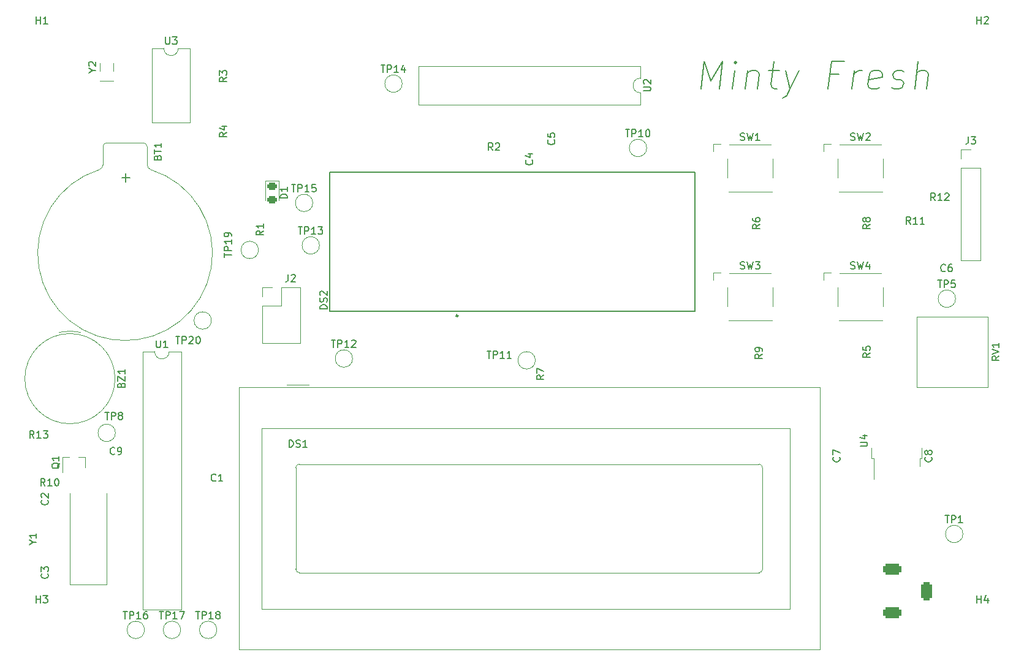
<source format=gbr>
%TF.GenerationSoftware,KiCad,Pcbnew,(6.0.5)*%
%TF.CreationDate,2022-07-21T17:01:30-05:00*%
%TF.ProjectId,julio_cool_clock,6a756c69-6f5f-4636-9f6f-6c5f636c6f63,rev?*%
%TF.SameCoordinates,PX4c4b400PY8a48640*%
%TF.FileFunction,Legend,Top*%
%TF.FilePolarity,Positive*%
%FSLAX46Y46*%
G04 Gerber Fmt 4.6, Leading zero omitted, Abs format (unit mm)*
G04 Created by KiCad (PCBNEW (6.0.5)) date 2022-07-21 17:01:30*
%MOMM*%
%LPD*%
G01*
G04 APERTURE LIST*
G04 Aperture macros list*
%AMRoundRect*
0 Rectangle with rounded corners*
0 $1 Rounding radius*
0 $2 $3 $4 $5 $6 $7 $8 $9 X,Y pos of 4 corners*
0 Add a 4 corners polygon primitive as box body*
4,1,4,$2,$3,$4,$5,$6,$7,$8,$9,$2,$3,0*
0 Add four circle primitives for the rounded corners*
1,1,$1+$1,$2,$3*
1,1,$1+$1,$4,$5*
1,1,$1+$1,$6,$7*
1,1,$1+$1,$8,$9*
0 Add four rect primitives between the rounded corners*
20,1,$1+$1,$2,$3,$4,$5,0*
20,1,$1+$1,$4,$5,$6,$7,0*
20,1,$1+$1,$6,$7,$8,$9,0*
20,1,$1+$1,$8,$9,$2,$3,0*%
G04 Aperture macros list end*
%ADD10C,0.150000*%
%ADD11C,0.120000*%
%ADD12C,0.250000*%
%ADD13R,1.150000X1.400000*%
%ADD14C,3.200000*%
%ADD15C,2.000000*%
%ADD16R,1.400000X1.150000*%
%ADD17C,3.000000*%
%ADD18R,1.800000X2.600000*%
%ADD19O,1.800000X2.600000*%
%ADD20R,2.000000X2.000000*%
%ADD21R,1.600000X1.400000*%
%ADD22R,2.000000X4.500000*%
%ADD23R,1.600000X1.600000*%
%ADD24O,1.600000X1.600000*%
%ADD25C,1.440000*%
%ADD26R,1.700000X1.700000*%
%ADD27O,1.700000X1.700000*%
%ADD28R,0.800000X0.900000*%
%ADD29R,1.800000X1.000000*%
%ADD30RoundRect,0.243750X-0.456250X0.243750X-0.456250X-0.243750X0.456250X-0.243750X0.456250X0.243750X0*%
%ADD31R,1.400000X1.400000*%
%ADD32C,1.400000*%
%ADD33R,1.200000X2.200000*%
%ADD34R,5.800000X6.400000*%
%ADD35R,3.000000X3.000000*%
%ADD36RoundRect,0.400000X0.900000X0.400000X-0.900000X0.400000X-0.900000X-0.400000X0.900000X-0.400000X0*%
%ADD37RoundRect,0.400000X0.400000X0.900000X-0.400000X0.900000X-0.400000X-0.900000X0.400000X-0.900000X0*%
G04 APERTURE END LIST*
D10*
X96060440Y79776429D02*
X96536690Y83586429D01*
X97466511Y80865000D01*
X99076690Y83586429D01*
X98600440Y79776429D01*
X100414725Y79776429D02*
X100732225Y82316429D01*
X100890975Y83586429D02*
X100686868Y83405000D01*
X100845618Y83223572D01*
X101049725Y83405000D01*
X100890975Y83586429D01*
X100845618Y83223572D01*
X102546511Y82316429D02*
X102229011Y79776429D01*
X102501154Y81953572D02*
X102705261Y82135000D01*
X103090797Y82316429D01*
X103635083Y82316429D01*
X103975261Y82135000D01*
X104111333Y81772143D01*
X103861868Y79776429D01*
X105449368Y82316429D02*
X106900797Y82316429D01*
X106152404Y83586429D02*
X105744190Y80320715D01*
X105880261Y79957858D01*
X106220440Y79776429D01*
X106583297Y79776429D01*
X107807940Y82316429D02*
X108397583Y79776429D01*
X109622225Y82316429D02*
X108397583Y79776429D01*
X107921333Y78869286D01*
X107717225Y78687858D01*
X107331690Y78506429D01*
X115178475Y81772143D02*
X113908475Y81772143D01*
X113659011Y79776429D02*
X114135261Y83586429D01*
X115949547Y83586429D01*
X116924725Y79776429D02*
X117242225Y82316429D01*
X117151511Y81590715D02*
X117378297Y81953572D01*
X117582404Y82135000D01*
X117967940Y82316429D01*
X118330797Y82316429D01*
X120757404Y79957858D02*
X120371868Y79776429D01*
X119646154Y79776429D01*
X119305975Y79957858D01*
X119169904Y80320715D01*
X119351333Y81772143D01*
X119578118Y82135000D01*
X119963654Y82316429D01*
X120689368Y82316429D01*
X121029547Y82135000D01*
X121165618Y81772143D01*
X121120261Y81409286D01*
X119260618Y81046429D01*
X122390261Y79957858D02*
X122730440Y79776429D01*
X123456154Y79776429D01*
X123841690Y79957858D01*
X124068475Y80320715D01*
X124091154Y80502143D01*
X123955083Y80865000D01*
X123614904Y81046429D01*
X123070618Y81046429D01*
X122730440Y81227858D01*
X122594368Y81590715D01*
X122617047Y81772143D01*
X122843833Y82135000D01*
X123229368Y82316429D01*
X123773654Y82316429D01*
X124113833Y82135000D01*
X125633297Y79776429D02*
X126109547Y83586429D01*
X127266154Y79776429D02*
X127515618Y81772143D01*
X127379547Y82135000D01*
X127039368Y82316429D01*
X126495083Y82316429D01*
X126109547Y82135000D01*
X125905440Y81953572D01*
%TO.C,R12*%
X128457142Y64333620D02*
X128123809Y64809810D01*
X127885714Y64333620D02*
X127885714Y65333620D01*
X128266666Y65333620D01*
X128361904Y65286000D01*
X128409523Y65238381D01*
X128457142Y65143143D01*
X128457142Y65000286D01*
X128409523Y64905048D01*
X128361904Y64857429D01*
X128266666Y64809810D01*
X127885714Y64809810D01*
X129409523Y64333620D02*
X128838095Y64333620D01*
X129123809Y64333620D02*
X129123809Y65333620D01*
X129028571Y65190762D01*
X128933333Y65095524D01*
X128838095Y65047905D01*
X129790476Y65238381D02*
X129838095Y65286000D01*
X129933333Y65333620D01*
X130171428Y65333620D01*
X130266666Y65286000D01*
X130314285Y65238381D01*
X130361904Y65143143D01*
X130361904Y65047905D01*
X130314285Y64905048D01*
X129742857Y64333620D01*
X130361904Y64333620D01*
%TO.C,H4*%
X134238095Y8747620D02*
X134238095Y9747620D01*
X134238095Y9271429D02*
X134809523Y9271429D01*
X134809523Y8747620D02*
X134809523Y9747620D01*
X135714285Y9414286D02*
X135714285Y8747620D01*
X135476190Y9795239D02*
X135238095Y9080953D01*
X135857142Y9080953D01*
%TO.C,TP11*%
X66511904Y43547620D02*
X67083333Y43547620D01*
X66797619Y42547620D02*
X66797619Y43547620D01*
X67416666Y42547620D02*
X67416666Y43547620D01*
X67797619Y43547620D01*
X67892857Y43500000D01*
X67940476Y43452381D01*
X67988095Y43357143D01*
X67988095Y43214286D01*
X67940476Y43119048D01*
X67892857Y43071429D01*
X67797619Y43023810D01*
X67416666Y43023810D01*
X68940476Y42547620D02*
X68369047Y42547620D01*
X68654761Y42547620D02*
X68654761Y43547620D01*
X68559523Y43404762D01*
X68464285Y43309524D01*
X68369047Y43261905D01*
X69892857Y42547620D02*
X69321428Y42547620D01*
X69607142Y42547620D02*
X69607142Y43547620D01*
X69511904Y43404762D01*
X69416666Y43309524D01*
X69321428Y43261905D01*
%TO.C,R11*%
X125055142Y61071620D02*
X124721809Y61547810D01*
X124483714Y61071620D02*
X124483714Y62071620D01*
X124864666Y62071620D01*
X124959904Y62024000D01*
X125007523Y61976381D01*
X125055142Y61881143D01*
X125055142Y61738286D01*
X125007523Y61643048D01*
X124959904Y61595429D01*
X124864666Y61547810D01*
X124483714Y61547810D01*
X126007523Y61071620D02*
X125436095Y61071620D01*
X125721809Y61071620D02*
X125721809Y62071620D01*
X125626571Y61928762D01*
X125531333Y61833524D01*
X125436095Y61785905D01*
X126959904Y61071620D02*
X126388476Y61071620D01*
X126674190Y61071620D02*
X126674190Y62071620D01*
X126578952Y61928762D01*
X126483714Y61833524D01*
X126388476Y61785905D01*
%TO.C,TP15*%
X39511904Y66545620D02*
X40083333Y66545620D01*
X39797619Y65545620D02*
X39797619Y66545620D01*
X40416666Y65545620D02*
X40416666Y66545620D01*
X40797619Y66545620D01*
X40892857Y66498000D01*
X40940476Y66450381D01*
X40988095Y66355143D01*
X40988095Y66212286D01*
X40940476Y66117048D01*
X40892857Y66069429D01*
X40797619Y66021810D01*
X40416666Y66021810D01*
X41940476Y65545620D02*
X41369047Y65545620D01*
X41654761Y65545620D02*
X41654761Y66545620D01*
X41559523Y66402762D01*
X41464285Y66307524D01*
X41369047Y66259905D01*
X42845238Y66545620D02*
X42369047Y66545620D01*
X42321428Y66069429D01*
X42369047Y66117048D01*
X42464285Y66164667D01*
X42702380Y66164667D01*
X42797619Y66117048D01*
X42845238Y66069429D01*
X42892857Y65974191D01*
X42892857Y65736096D01*
X42845238Y65640858D01*
X42797619Y65593239D01*
X42702380Y65545620D01*
X42464285Y65545620D01*
X42369047Y65593239D01*
X42321428Y65640858D01*
%TO.C,C5*%
X75805142Y72697334D02*
X75852761Y72649715D01*
X75900380Y72506858D01*
X75900380Y72411620D01*
X75852761Y72268762D01*
X75757523Y72173524D01*
X75662285Y72125905D01*
X75471809Y72078286D01*
X75328952Y72078286D01*
X75138476Y72125905D01*
X75043238Y72173524D01*
X74948000Y72268762D01*
X74900380Y72411620D01*
X74900380Y72506858D01*
X74948000Y72649715D01*
X74995619Y72697334D01*
X74900380Y73602096D02*
X74900380Y73125905D01*
X75376571Y73078286D01*
X75328952Y73125905D01*
X75281333Y73221143D01*
X75281333Y73459239D01*
X75328952Y73554477D01*
X75376571Y73602096D01*
X75471809Y73649715D01*
X75709904Y73649715D01*
X75805142Y73602096D01*
X75852761Y73554477D01*
X75900380Y73459239D01*
X75900380Y73221143D01*
X75852761Y73125905D01*
X75805142Y73078286D01*
%TO.C,TP12*%
X45011904Y45045620D02*
X45583333Y45045620D01*
X45297619Y44045620D02*
X45297619Y45045620D01*
X45916666Y44045620D02*
X45916666Y45045620D01*
X46297619Y45045620D01*
X46392857Y44998000D01*
X46440476Y44950381D01*
X46488095Y44855143D01*
X46488095Y44712286D01*
X46440476Y44617048D01*
X46392857Y44569429D01*
X46297619Y44521810D01*
X45916666Y44521810D01*
X47440476Y44045620D02*
X46869047Y44045620D01*
X47154761Y44045620D02*
X47154761Y45045620D01*
X47059523Y44902762D01*
X46964285Y44807524D01*
X46869047Y44759905D01*
X47821428Y44950381D02*
X47869047Y44998000D01*
X47964285Y45045620D01*
X48202380Y45045620D01*
X48297619Y44998000D01*
X48345238Y44950381D01*
X48392857Y44855143D01*
X48392857Y44759905D01*
X48345238Y44617048D01*
X47773809Y44045620D01*
X48392857Y44045620D01*
%TO.C,C8*%
X127927142Y28858334D02*
X127974761Y28810715D01*
X128022380Y28667858D01*
X128022380Y28572620D01*
X127974761Y28429762D01*
X127879523Y28334524D01*
X127784285Y28286905D01*
X127593809Y28239286D01*
X127450952Y28239286D01*
X127260476Y28286905D01*
X127165238Y28334524D01*
X127070000Y28429762D01*
X127022380Y28572620D01*
X127022380Y28667858D01*
X127070000Y28810715D01*
X127117619Y28858334D01*
X127450952Y29429762D02*
X127403333Y29334524D01*
X127355714Y29286905D01*
X127260476Y29239286D01*
X127212857Y29239286D01*
X127117619Y29286905D01*
X127070000Y29334524D01*
X127022380Y29429762D01*
X127022380Y29620239D01*
X127070000Y29715477D01*
X127117619Y29763096D01*
X127212857Y29810715D01*
X127260476Y29810715D01*
X127355714Y29763096D01*
X127403333Y29715477D01*
X127450952Y29620239D01*
X127450952Y29429762D01*
X127498571Y29334524D01*
X127546190Y29286905D01*
X127641428Y29239286D01*
X127831904Y29239286D01*
X127927142Y29286905D01*
X127974761Y29334524D01*
X128022380Y29429762D01*
X128022380Y29620239D01*
X127974761Y29715477D01*
X127927142Y29763096D01*
X127831904Y29810715D01*
X127641428Y29810715D01*
X127546190Y29763096D01*
X127498571Y29715477D01*
X127450952Y29620239D01*
%TO.C,DS1*%
X39185702Y30247620D02*
X39185702Y31247620D01*
X39423797Y31247620D01*
X39566654Y31200000D01*
X39661892Y31104762D01*
X39709511Y31009524D01*
X39757130Y30819048D01*
X39757130Y30676191D01*
X39709511Y30485715D01*
X39661892Y30390477D01*
X39566654Y30295239D01*
X39423797Y30247620D01*
X39185702Y30247620D01*
X40138083Y30295239D02*
X40280940Y30247620D01*
X40519035Y30247620D01*
X40614273Y30295239D01*
X40661892Y30342858D01*
X40709511Y30438096D01*
X40709511Y30533334D01*
X40661892Y30628572D01*
X40614273Y30676191D01*
X40519035Y30723810D01*
X40328559Y30771429D01*
X40233321Y30819048D01*
X40185702Y30866667D01*
X40138083Y30961905D01*
X40138083Y31057143D01*
X40185702Y31152381D01*
X40233321Y31200000D01*
X40328559Y31247620D01*
X40566654Y31247620D01*
X40709511Y31200000D01*
X41661892Y30247620D02*
X41090464Y30247620D01*
X41376178Y30247620D02*
X41376178Y31247620D01*
X41280940Y31104762D01*
X41185702Y31009524D01*
X41090464Y30961905D01*
%TO.C,R4*%
X30562380Y73713334D02*
X30086190Y73380000D01*
X30562380Y73141905D02*
X29562380Y73141905D01*
X29562380Y73522858D01*
X29610000Y73618096D01*
X29657619Y73665715D01*
X29752857Y73713334D01*
X29895714Y73713334D01*
X29990952Y73665715D01*
X30038571Y73618096D01*
X30086190Y73522858D01*
X30086190Y73141905D01*
X29895714Y74570477D02*
X30562380Y74570477D01*
X29514761Y74332381D02*
X30229047Y74094286D01*
X30229047Y74713334D01*
%TO.C,C4*%
X72757142Y69903334D02*
X72804761Y69855715D01*
X72852380Y69712858D01*
X72852380Y69617620D01*
X72804761Y69474762D01*
X72709523Y69379524D01*
X72614285Y69331905D01*
X72423809Y69284286D01*
X72280952Y69284286D01*
X72090476Y69331905D01*
X71995238Y69379524D01*
X71900000Y69474762D01*
X71852380Y69617620D01*
X71852380Y69712858D01*
X71900000Y69855715D01*
X71947619Y69903334D01*
X72185714Y70760477D02*
X72852380Y70760477D01*
X71804761Y70522381D02*
X72519047Y70284286D01*
X72519047Y70903334D01*
%TO.C,R7*%
X74376380Y40185334D02*
X73900190Y39852000D01*
X74376380Y39613905D02*
X73376380Y39613905D01*
X73376380Y39994858D01*
X73424000Y40090096D01*
X73471619Y40137715D01*
X73566857Y40185334D01*
X73709714Y40185334D01*
X73804952Y40137715D01*
X73852571Y40090096D01*
X73900190Y39994858D01*
X73900190Y39613905D01*
X73376380Y40518667D02*
X73376380Y41185334D01*
X74376380Y40756762D01*
%TO.C,BZ1*%
X15998571Y38833832D02*
X16046190Y38976689D01*
X16093809Y39024308D01*
X16189047Y39071927D01*
X16331904Y39071927D01*
X16427142Y39024308D01*
X16474761Y38976689D01*
X16522380Y38881451D01*
X16522380Y38500499D01*
X15522380Y38500499D01*
X15522380Y38833832D01*
X15570000Y38929070D01*
X15617619Y38976689D01*
X15712857Y39024308D01*
X15808095Y39024308D01*
X15903333Y38976689D01*
X15950952Y38929070D01*
X15998571Y38833832D01*
X15998571Y38500499D01*
X15522380Y39405261D02*
X15522380Y40071927D01*
X16522380Y39405261D01*
X16522380Y40071927D01*
X16522380Y40976689D02*
X16522380Y40405261D01*
X16522380Y40690975D02*
X15522380Y40690975D01*
X15665238Y40595737D01*
X15760476Y40500499D01*
X15808095Y40405261D01*
%TO.C,TP1*%
X129812095Y20799620D02*
X130383523Y20799620D01*
X130097809Y19799620D02*
X130097809Y20799620D01*
X130716857Y19799620D02*
X130716857Y20799620D01*
X131097809Y20799620D01*
X131193047Y20752000D01*
X131240666Y20704381D01*
X131288285Y20609143D01*
X131288285Y20466286D01*
X131240666Y20371048D01*
X131193047Y20323429D01*
X131097809Y20275810D01*
X130716857Y20275810D01*
X132240666Y19799620D02*
X131669238Y19799620D01*
X131954952Y19799620D02*
X131954952Y20799620D01*
X131859714Y20656762D01*
X131764476Y20561524D01*
X131669238Y20513905D01*
%TO.C,R13*%
X3939142Y31517620D02*
X3605809Y31993810D01*
X3367714Y31517620D02*
X3367714Y32517620D01*
X3748666Y32517620D01*
X3843904Y32470000D01*
X3891523Y32422381D01*
X3939142Y32327143D01*
X3939142Y32184286D01*
X3891523Y32089048D01*
X3843904Y32041429D01*
X3748666Y31993810D01*
X3367714Y31993810D01*
X4891523Y31517620D02*
X4320095Y31517620D01*
X4605809Y31517620D02*
X4605809Y32517620D01*
X4510571Y32374762D01*
X4415333Y32279524D01*
X4320095Y32231905D01*
X5224857Y32517620D02*
X5843904Y32517620D01*
X5510571Y32136667D01*
X5653428Y32136667D01*
X5748666Y32089048D01*
X5796285Y32041429D01*
X5843904Y31946191D01*
X5843904Y31708096D01*
X5796285Y31612858D01*
X5748666Y31565239D01*
X5653428Y31517620D01*
X5367714Y31517620D01*
X5272476Y31565239D01*
X5224857Y31612858D01*
%TO.C,C6*%
X129849333Y54606858D02*
X129801714Y54559239D01*
X129658857Y54511620D01*
X129563619Y54511620D01*
X129420761Y54559239D01*
X129325523Y54654477D01*
X129277904Y54749715D01*
X129230285Y54940191D01*
X129230285Y55083048D01*
X129277904Y55273524D01*
X129325523Y55368762D01*
X129420761Y55464000D01*
X129563619Y55511620D01*
X129658857Y55511620D01*
X129801714Y55464000D01*
X129849333Y55416381D01*
X130706476Y55511620D02*
X130516000Y55511620D01*
X130420761Y55464000D01*
X130373142Y55416381D01*
X130277904Y55273524D01*
X130230285Y55083048D01*
X130230285Y54702096D01*
X130277904Y54606858D01*
X130325523Y54559239D01*
X130420761Y54511620D01*
X130611238Y54511620D01*
X130706476Y54559239D01*
X130754095Y54606858D01*
X130801714Y54702096D01*
X130801714Y54940191D01*
X130754095Y55035429D01*
X130706476Y55083048D01*
X130611238Y55130667D01*
X130420761Y55130667D01*
X130325523Y55083048D01*
X130277904Y55035429D01*
X130230285Y54940191D01*
%TO.C,R10*%
X5463142Y24913620D02*
X5129809Y25389810D01*
X4891714Y24913620D02*
X4891714Y25913620D01*
X5272666Y25913620D01*
X5367904Y25866000D01*
X5415523Y25818381D01*
X5463142Y25723143D01*
X5463142Y25580286D01*
X5415523Y25485048D01*
X5367904Y25437429D01*
X5272666Y25389810D01*
X4891714Y25389810D01*
X6415523Y24913620D02*
X5844095Y24913620D01*
X6129809Y24913620D02*
X6129809Y25913620D01*
X6034571Y25770762D01*
X5939333Y25675524D01*
X5844095Y25627905D01*
X7034571Y25913620D02*
X7129809Y25913620D01*
X7225047Y25866000D01*
X7272666Y25818381D01*
X7320285Y25723143D01*
X7367904Y25532667D01*
X7367904Y25294572D01*
X7320285Y25104096D01*
X7272666Y25008858D01*
X7225047Y24961239D01*
X7129809Y24913620D01*
X7034571Y24913620D01*
X6939333Y24961239D01*
X6891714Y25008858D01*
X6844095Y25104096D01*
X6796476Y25294572D01*
X6796476Y25532667D01*
X6844095Y25723143D01*
X6891714Y25818381D01*
X6939333Y25866000D01*
X7034571Y25913620D01*
%TO.C,SW2*%
X116786666Y72695239D02*
X116929523Y72647620D01*
X117167619Y72647620D01*
X117262857Y72695239D01*
X117310476Y72742858D01*
X117358095Y72838096D01*
X117358095Y72933334D01*
X117310476Y73028572D01*
X117262857Y73076191D01*
X117167619Y73123810D01*
X116977142Y73171429D01*
X116881904Y73219048D01*
X116834285Y73266667D01*
X116786666Y73361905D01*
X116786666Y73457143D01*
X116834285Y73552381D01*
X116881904Y73600000D01*
X116977142Y73647620D01*
X117215238Y73647620D01*
X117358095Y73600000D01*
X117691428Y73647620D02*
X117929523Y72647620D01*
X118120000Y73361905D01*
X118310476Y72647620D01*
X118548571Y73647620D01*
X118881904Y73552381D02*
X118929523Y73600000D01*
X119024761Y73647620D01*
X119262857Y73647620D01*
X119358095Y73600000D01*
X119405714Y73552381D01*
X119453333Y73457143D01*
X119453333Y73361905D01*
X119405714Y73219048D01*
X118834285Y72647620D01*
X119453333Y72647620D01*
%TO.C,TP17*%
X21261904Y7545620D02*
X21833333Y7545620D01*
X21547619Y6545620D02*
X21547619Y7545620D01*
X22166666Y6545620D02*
X22166666Y7545620D01*
X22547619Y7545620D01*
X22642857Y7498000D01*
X22690476Y7450381D01*
X22738095Y7355143D01*
X22738095Y7212286D01*
X22690476Y7117048D01*
X22642857Y7069429D01*
X22547619Y7021810D01*
X22166666Y7021810D01*
X23690476Y6545620D02*
X23119047Y6545620D01*
X23404761Y6545620D02*
X23404761Y7545620D01*
X23309523Y7402762D01*
X23214285Y7307524D01*
X23119047Y7259905D01*
X24023809Y7545620D02*
X24690476Y7545620D01*
X24261904Y6545620D01*
%TO.C,C9*%
X15083333Y29326858D02*
X15035714Y29279239D01*
X14892857Y29231620D01*
X14797619Y29231620D01*
X14654761Y29279239D01*
X14559523Y29374477D01*
X14511904Y29469715D01*
X14464285Y29660191D01*
X14464285Y29803048D01*
X14511904Y29993524D01*
X14559523Y30088762D01*
X14654761Y30184000D01*
X14797619Y30231620D01*
X14892857Y30231620D01*
X15035714Y30184000D01*
X15083333Y30136381D01*
X15559523Y29231620D02*
X15750000Y29231620D01*
X15845238Y29279239D01*
X15892857Y29326858D01*
X15988095Y29469715D01*
X16035714Y29660191D01*
X16035714Y30041143D01*
X15988095Y30136381D01*
X15940476Y30184000D01*
X15845238Y30231620D01*
X15654761Y30231620D01*
X15559523Y30184000D01*
X15511904Y30136381D01*
X15464285Y30041143D01*
X15464285Y29803048D01*
X15511904Y29707810D01*
X15559523Y29660191D01*
X15654761Y29612572D01*
X15845238Y29612572D01*
X15940476Y29660191D01*
X15988095Y29707810D01*
X16035714Y29803048D01*
%TO.C,TP19*%
X30202380Y56511905D02*
X30202380Y57083334D01*
X31202380Y56797620D02*
X30202380Y56797620D01*
X31202380Y57416667D02*
X30202380Y57416667D01*
X30202380Y57797620D01*
X30250000Y57892858D01*
X30297619Y57940477D01*
X30392857Y57988096D01*
X30535714Y57988096D01*
X30630952Y57940477D01*
X30678571Y57892858D01*
X30726190Y57797620D01*
X30726190Y57416667D01*
X31202380Y58940477D02*
X31202380Y58369048D01*
X31202380Y58654762D02*
X30202380Y58654762D01*
X30345238Y58559524D01*
X30440476Y58464286D01*
X30488095Y58369048D01*
X31202380Y59416667D02*
X31202380Y59607143D01*
X31154761Y59702381D01*
X31107142Y59750000D01*
X30964285Y59845239D01*
X30773809Y59892858D01*
X30392857Y59892858D01*
X30297619Y59845239D01*
X30250000Y59797620D01*
X30202380Y59702381D01*
X30202380Y59511905D01*
X30250000Y59416667D01*
X30297619Y59369048D01*
X30392857Y59321429D01*
X30630952Y59321429D01*
X30726190Y59369048D01*
X30773809Y59416667D01*
X30821428Y59511905D01*
X30821428Y59702381D01*
X30773809Y59797620D01*
X30726190Y59845239D01*
X30630952Y59892858D01*
%TO.C,Y1*%
X3796190Y17123810D02*
X4272380Y17123810D01*
X3272380Y16790477D02*
X3796190Y17123810D01*
X3272380Y17457143D01*
X4272380Y18314286D02*
X4272380Y17742858D01*
X4272380Y18028572D02*
X3272380Y18028572D01*
X3415238Y17933334D01*
X3510476Y17838096D01*
X3558095Y17742858D01*
%TO.C,R2*%
X67319333Y71269620D02*
X66986000Y71745810D01*
X66747904Y71269620D02*
X66747904Y72269620D01*
X67128857Y72269620D01*
X67224095Y72222000D01*
X67271714Y72174381D01*
X67319333Y72079143D01*
X67319333Y71936286D01*
X67271714Y71841048D01*
X67224095Y71793429D01*
X67128857Y71745810D01*
X66747904Y71745810D01*
X67700285Y72174381D02*
X67747904Y72222000D01*
X67843142Y72269620D01*
X68081238Y72269620D01*
X68176476Y72222000D01*
X68224095Y72174381D01*
X68271714Y72079143D01*
X68271714Y71983905D01*
X68224095Y71841048D01*
X67652666Y71269620D01*
X68271714Y71269620D01*
%TO.C,SW4*%
X116786666Y54915239D02*
X116929523Y54867620D01*
X117167619Y54867620D01*
X117262857Y54915239D01*
X117310476Y54962858D01*
X117358095Y55058096D01*
X117358095Y55153334D01*
X117310476Y55248572D01*
X117262857Y55296191D01*
X117167619Y55343810D01*
X116977142Y55391429D01*
X116881904Y55439048D01*
X116834285Y55486667D01*
X116786666Y55581905D01*
X116786666Y55677143D01*
X116834285Y55772381D01*
X116881904Y55820000D01*
X116977142Y55867620D01*
X117215238Y55867620D01*
X117358095Y55820000D01*
X117691428Y55867620D02*
X117929523Y54867620D01*
X118120000Y55581905D01*
X118310476Y54867620D01*
X118548571Y55867620D01*
X119358095Y55534286D02*
X119358095Y54867620D01*
X119120000Y55915239D02*
X118881904Y55200953D01*
X119500952Y55200953D01*
%TO.C,TP16*%
X16261904Y7545620D02*
X16833333Y7545620D01*
X16547619Y6545620D02*
X16547619Y7545620D01*
X17166666Y6545620D02*
X17166666Y7545620D01*
X17547619Y7545620D01*
X17642857Y7498000D01*
X17690476Y7450381D01*
X17738095Y7355143D01*
X17738095Y7212286D01*
X17690476Y7117048D01*
X17642857Y7069429D01*
X17547619Y7021810D01*
X17166666Y7021810D01*
X18690476Y6545620D02*
X18119047Y6545620D01*
X18404761Y6545620D02*
X18404761Y7545620D01*
X18309523Y7402762D01*
X18214285Y7307524D01*
X18119047Y7259905D01*
X19547619Y7545620D02*
X19357142Y7545620D01*
X19261904Y7498000D01*
X19214285Y7450381D01*
X19119047Y7307524D01*
X19071428Y7117048D01*
X19071428Y6736096D01*
X19119047Y6640858D01*
X19166666Y6593239D01*
X19261904Y6545620D01*
X19452380Y6545620D01*
X19547619Y6593239D01*
X19595238Y6640858D01*
X19642857Y6736096D01*
X19642857Y6974191D01*
X19595238Y7069429D01*
X19547619Y7117048D01*
X19452380Y7164667D01*
X19261904Y7164667D01*
X19166666Y7117048D01*
X19119047Y7069429D01*
X19071428Y6974191D01*
%TO.C,U1*%
X20848095Y44997620D02*
X20848095Y44188096D01*
X20895714Y44092858D01*
X20943333Y44045239D01*
X21038571Y43997620D01*
X21229047Y43997620D01*
X21324285Y44045239D01*
X21371904Y44092858D01*
X21419523Y44188096D01*
X21419523Y44997620D01*
X22419523Y43997620D02*
X21848095Y43997620D01*
X22133809Y43997620D02*
X22133809Y44997620D01*
X22038571Y44854762D01*
X21943333Y44759524D01*
X21848095Y44711905D01*
%TO.C,C3*%
X5827142Y12753334D02*
X5874761Y12705715D01*
X5922380Y12562858D01*
X5922380Y12467620D01*
X5874761Y12324762D01*
X5779523Y12229524D01*
X5684285Y12181905D01*
X5493809Y12134286D01*
X5350952Y12134286D01*
X5160476Y12181905D01*
X5065238Y12229524D01*
X4970000Y12324762D01*
X4922380Y12467620D01*
X4922380Y12562858D01*
X4970000Y12705715D01*
X5017619Y12753334D01*
X4922380Y13086667D02*
X4922380Y13705715D01*
X5303333Y13372381D01*
X5303333Y13515239D01*
X5350952Y13610477D01*
X5398571Y13658096D01*
X5493809Y13705715D01*
X5731904Y13705715D01*
X5827142Y13658096D01*
X5874761Y13610477D01*
X5922380Y13515239D01*
X5922380Y13229524D01*
X5874761Y13134286D01*
X5827142Y13086667D01*
%TO.C,H2*%
X134238095Y88747620D02*
X134238095Y89747620D01*
X134238095Y89271429D02*
X134809523Y89271429D01*
X134809523Y88747620D02*
X134809523Y89747620D01*
X135238095Y89652381D02*
X135285714Y89700000D01*
X135380952Y89747620D01*
X135619047Y89747620D01*
X135714285Y89700000D01*
X135761904Y89652381D01*
X135809523Y89557143D01*
X135809523Y89461905D01*
X135761904Y89319048D01*
X135190476Y88747620D01*
X135809523Y88747620D01*
%TO.C,RV1*%
X137287380Y42819762D02*
X136811190Y42486429D01*
X137287380Y42248334D02*
X136287380Y42248334D01*
X136287380Y42629286D01*
X136335000Y42724524D01*
X136382619Y42772143D01*
X136477857Y42819762D01*
X136620714Y42819762D01*
X136715952Y42772143D01*
X136763571Y42724524D01*
X136811190Y42629286D01*
X136811190Y42248334D01*
X136287380Y43105477D02*
X137287380Y43438810D01*
X136287380Y43772143D01*
X137287380Y44629286D02*
X137287380Y44057858D01*
X137287380Y44343572D02*
X136287380Y44343572D01*
X136430238Y44248334D01*
X136525476Y44153096D01*
X136573095Y44057858D01*
%TO.C,H3*%
X4238095Y8747620D02*
X4238095Y9747620D01*
X4238095Y9271429D02*
X4809523Y9271429D01*
X4809523Y8747620D02*
X4809523Y9747620D01*
X5190476Y9747620D02*
X5809523Y9747620D01*
X5476190Y9366667D01*
X5619047Y9366667D01*
X5714285Y9319048D01*
X5761904Y9271429D01*
X5809523Y9176191D01*
X5809523Y8938096D01*
X5761904Y8842858D01*
X5714285Y8795239D01*
X5619047Y8747620D01*
X5333333Y8747620D01*
X5238095Y8795239D01*
X5190476Y8842858D01*
%TO.C,C1*%
X29053333Y25642858D02*
X29005714Y25595239D01*
X28862857Y25547620D01*
X28767619Y25547620D01*
X28624761Y25595239D01*
X28529523Y25690477D01*
X28481904Y25785715D01*
X28434285Y25976191D01*
X28434285Y26119048D01*
X28481904Y26309524D01*
X28529523Y26404762D01*
X28624761Y26500000D01*
X28767619Y26547620D01*
X28862857Y26547620D01*
X29005714Y26500000D01*
X29053333Y26452381D01*
X30005714Y25547620D02*
X29434285Y25547620D01*
X29720000Y25547620D02*
X29720000Y26547620D01*
X29624761Y26404762D01*
X29529523Y26309524D01*
X29434285Y26261905D01*
%TO.C,TP13*%
X40435904Y60677620D02*
X41007333Y60677620D01*
X40721619Y59677620D02*
X40721619Y60677620D01*
X41340666Y59677620D02*
X41340666Y60677620D01*
X41721619Y60677620D01*
X41816857Y60630000D01*
X41864476Y60582381D01*
X41912095Y60487143D01*
X41912095Y60344286D01*
X41864476Y60249048D01*
X41816857Y60201429D01*
X41721619Y60153810D01*
X41340666Y60153810D01*
X42864476Y59677620D02*
X42293047Y59677620D01*
X42578761Y59677620D02*
X42578761Y60677620D01*
X42483523Y60534762D01*
X42388285Y60439524D01*
X42293047Y60391905D01*
X43197809Y60677620D02*
X43816857Y60677620D01*
X43483523Y60296667D01*
X43626380Y60296667D01*
X43721619Y60249048D01*
X43769238Y60201429D01*
X43816857Y60106191D01*
X43816857Y59868096D01*
X43769238Y59772858D01*
X43721619Y59725239D01*
X43626380Y59677620D01*
X43340666Y59677620D01*
X43245428Y59725239D01*
X43197809Y59772858D01*
%TO.C,J2*%
X39046666Y54107620D02*
X39046666Y53393334D01*
X38999047Y53250477D01*
X38903809Y53155239D01*
X38760952Y53107620D01*
X38665714Y53107620D01*
X39475238Y54012381D02*
X39522857Y54060000D01*
X39618095Y54107620D01*
X39856190Y54107620D01*
X39951428Y54060000D01*
X39999047Y54012381D01*
X40046666Y53917143D01*
X40046666Y53821905D01*
X39999047Y53679048D01*
X39427619Y53107620D01*
X40046666Y53107620D01*
%TO.C,SW3*%
X101546666Y54915239D02*
X101689523Y54867620D01*
X101927619Y54867620D01*
X102022857Y54915239D01*
X102070476Y54962858D01*
X102118095Y55058096D01*
X102118095Y55153334D01*
X102070476Y55248572D01*
X102022857Y55296191D01*
X101927619Y55343810D01*
X101737142Y55391429D01*
X101641904Y55439048D01*
X101594285Y55486667D01*
X101546666Y55581905D01*
X101546666Y55677143D01*
X101594285Y55772381D01*
X101641904Y55820000D01*
X101737142Y55867620D01*
X101975238Y55867620D01*
X102118095Y55820000D01*
X102451428Y55867620D02*
X102689523Y54867620D01*
X102880000Y55581905D01*
X103070476Y54867620D01*
X103308571Y55867620D01*
X103594285Y55867620D02*
X104213333Y55867620D01*
X103880000Y55486667D01*
X104022857Y55486667D01*
X104118095Y55439048D01*
X104165714Y55391429D01*
X104213333Y55296191D01*
X104213333Y55058096D01*
X104165714Y54962858D01*
X104118095Y54915239D01*
X104022857Y54867620D01*
X103737142Y54867620D01*
X103641904Y54915239D01*
X103594285Y54962858D01*
%TO.C,TP5*%
X128796095Y53311620D02*
X129367523Y53311620D01*
X129081809Y52311620D02*
X129081809Y53311620D01*
X129700857Y52311620D02*
X129700857Y53311620D01*
X130081809Y53311620D01*
X130177047Y53264000D01*
X130224666Y53216381D01*
X130272285Y53121143D01*
X130272285Y52978286D01*
X130224666Y52883048D01*
X130177047Y52835429D01*
X130081809Y52787810D01*
X129700857Y52787810D01*
X131177047Y53311620D02*
X130700857Y53311620D01*
X130653238Y52835429D01*
X130700857Y52883048D01*
X130796095Y52930667D01*
X131034190Y52930667D01*
X131129428Y52883048D01*
X131177047Y52835429D01*
X131224666Y52740191D01*
X131224666Y52502096D01*
X131177047Y52406858D01*
X131129428Y52359239D01*
X131034190Y52311620D01*
X130796095Y52311620D01*
X130700857Y52359239D01*
X130653238Y52406858D01*
%TO.C,H1*%
X4238095Y88747620D02*
X4238095Y89747620D01*
X4238095Y89271429D02*
X4809523Y89271429D01*
X4809523Y88747620D02*
X4809523Y89747620D01*
X5809523Y88747620D02*
X5238095Y88747620D01*
X5523809Y88747620D02*
X5523809Y89747620D01*
X5428571Y89604762D01*
X5333333Y89509524D01*
X5238095Y89461905D01*
%TO.C,Q1*%
X7497619Y28059762D02*
X7450000Y27964524D01*
X7354761Y27869286D01*
X7211904Y27726429D01*
X7164285Y27631191D01*
X7164285Y27535953D01*
X7402380Y27583572D02*
X7354761Y27488334D01*
X7259523Y27393096D01*
X7069047Y27345477D01*
X6735714Y27345477D01*
X6545238Y27393096D01*
X6450000Y27488334D01*
X6402380Y27583572D01*
X6402380Y27774048D01*
X6450000Y27869286D01*
X6545238Y27964524D01*
X6735714Y28012143D01*
X7069047Y28012143D01*
X7259523Y27964524D01*
X7354761Y27869286D01*
X7402380Y27774048D01*
X7402380Y27583572D01*
X7402380Y28964524D02*
X7402380Y28393096D01*
X7402380Y28678810D02*
X6402380Y28678810D01*
X6545238Y28583572D01*
X6640476Y28488334D01*
X6688095Y28393096D01*
%TO.C,TP10*%
X85647904Y74139620D02*
X86219333Y74139620D01*
X85933619Y73139620D02*
X85933619Y74139620D01*
X86552666Y73139620D02*
X86552666Y74139620D01*
X86933619Y74139620D01*
X87028857Y74092000D01*
X87076476Y74044381D01*
X87124095Y73949143D01*
X87124095Y73806286D01*
X87076476Y73711048D01*
X87028857Y73663429D01*
X86933619Y73615810D01*
X86552666Y73615810D01*
X88076476Y73139620D02*
X87505047Y73139620D01*
X87790761Y73139620D02*
X87790761Y74139620D01*
X87695523Y73996762D01*
X87600285Y73901524D01*
X87505047Y73853905D01*
X88695523Y74139620D02*
X88790761Y74139620D01*
X88886000Y74092000D01*
X88933619Y74044381D01*
X88981238Y73949143D01*
X89028857Y73758667D01*
X89028857Y73520572D01*
X88981238Y73330096D01*
X88933619Y73234858D01*
X88886000Y73187239D01*
X88790761Y73139620D01*
X88695523Y73139620D01*
X88600285Y73187239D01*
X88552666Y73234858D01*
X88505047Y73330096D01*
X88457428Y73520572D01*
X88457428Y73758667D01*
X88505047Y73949143D01*
X88552666Y74044381D01*
X88600285Y74092000D01*
X88695523Y74139620D01*
%TO.C,R3*%
X30562380Y81333334D02*
X30086190Y81000000D01*
X30562380Y80761905D02*
X29562380Y80761905D01*
X29562380Y81142858D01*
X29610000Y81238096D01*
X29657619Y81285715D01*
X29752857Y81333334D01*
X29895714Y81333334D01*
X29990952Y81285715D01*
X30038571Y81238096D01*
X30086190Y81142858D01*
X30086190Y80761905D01*
X29562380Y81666667D02*
X29562380Y82285715D01*
X29943333Y81952381D01*
X29943333Y82095239D01*
X29990952Y82190477D01*
X30038571Y82238096D01*
X30133809Y82285715D01*
X30371904Y82285715D01*
X30467142Y82238096D01*
X30514761Y82190477D01*
X30562380Y82095239D01*
X30562380Y81809524D01*
X30514761Y81714286D01*
X30467142Y81666667D01*
%TO.C,TP18*%
X26261904Y7545620D02*
X26833333Y7545620D01*
X26547619Y6545620D02*
X26547619Y7545620D01*
X27166666Y6545620D02*
X27166666Y7545620D01*
X27547619Y7545620D01*
X27642857Y7498000D01*
X27690476Y7450381D01*
X27738095Y7355143D01*
X27738095Y7212286D01*
X27690476Y7117048D01*
X27642857Y7069429D01*
X27547619Y7021810D01*
X27166666Y7021810D01*
X28690476Y6545620D02*
X28119047Y6545620D01*
X28404761Y6545620D02*
X28404761Y7545620D01*
X28309523Y7402762D01*
X28214285Y7307524D01*
X28119047Y7259905D01*
X29261904Y7117048D02*
X29166666Y7164667D01*
X29119047Y7212286D01*
X29071428Y7307524D01*
X29071428Y7355143D01*
X29119047Y7450381D01*
X29166666Y7498000D01*
X29261904Y7545620D01*
X29452380Y7545620D01*
X29547619Y7498000D01*
X29595238Y7450381D01*
X29642857Y7355143D01*
X29642857Y7307524D01*
X29595238Y7212286D01*
X29547619Y7164667D01*
X29452380Y7117048D01*
X29261904Y7117048D01*
X29166666Y7069429D01*
X29119047Y7021810D01*
X29071428Y6926572D01*
X29071428Y6736096D01*
X29119047Y6640858D01*
X29166666Y6593239D01*
X29261904Y6545620D01*
X29452380Y6545620D01*
X29547619Y6593239D01*
X29595238Y6640858D01*
X29642857Y6736096D01*
X29642857Y6926572D01*
X29595238Y7021810D01*
X29547619Y7069429D01*
X29452380Y7117048D01*
%TO.C,TP8*%
X13734095Y35057620D02*
X14305523Y35057620D01*
X14019809Y34057620D02*
X14019809Y35057620D01*
X14638857Y34057620D02*
X14638857Y35057620D01*
X15019809Y35057620D01*
X15115047Y35010000D01*
X15162666Y34962381D01*
X15210285Y34867143D01*
X15210285Y34724286D01*
X15162666Y34629048D01*
X15115047Y34581429D01*
X15019809Y34533810D01*
X14638857Y34533810D01*
X15781714Y34629048D02*
X15686476Y34676667D01*
X15638857Y34724286D01*
X15591238Y34819524D01*
X15591238Y34867143D01*
X15638857Y34962381D01*
X15686476Y35010000D01*
X15781714Y35057620D01*
X15972190Y35057620D01*
X16067428Y35010000D01*
X16115047Y34962381D01*
X16162666Y34867143D01*
X16162666Y34819524D01*
X16115047Y34724286D01*
X16067428Y34676667D01*
X15972190Y34629048D01*
X15781714Y34629048D01*
X15686476Y34581429D01*
X15638857Y34533810D01*
X15591238Y34438572D01*
X15591238Y34248096D01*
X15638857Y34152858D01*
X15686476Y34105239D01*
X15781714Y34057620D01*
X15972190Y34057620D01*
X16067428Y34105239D01*
X16115047Y34152858D01*
X16162666Y34248096D01*
X16162666Y34438572D01*
X16115047Y34533810D01*
X16067428Y34581429D01*
X15972190Y34629048D01*
%TO.C,R6*%
X104222380Y61013334D02*
X103746190Y60680000D01*
X104222380Y60441905D02*
X103222380Y60441905D01*
X103222380Y60822858D01*
X103270000Y60918096D01*
X103317619Y60965715D01*
X103412857Y61013334D01*
X103555714Y61013334D01*
X103650952Y60965715D01*
X103698571Y60918096D01*
X103746190Y60822858D01*
X103746190Y60441905D01*
X103222380Y61870477D02*
X103222380Y61680000D01*
X103270000Y61584762D01*
X103317619Y61537143D01*
X103460476Y61441905D01*
X103650952Y61394286D01*
X104031904Y61394286D01*
X104127142Y61441905D01*
X104174761Y61489524D01*
X104222380Y61584762D01*
X104222380Y61775239D01*
X104174761Y61870477D01*
X104127142Y61918096D01*
X104031904Y61965715D01*
X103793809Y61965715D01*
X103698571Y61918096D01*
X103650952Y61870477D01*
X103603333Y61775239D01*
X103603333Y61584762D01*
X103650952Y61489524D01*
X103698571Y61441905D01*
X103793809Y61394286D01*
%TO.C,J3*%
X133026666Y73157620D02*
X133026666Y72443334D01*
X132979047Y72300477D01*
X132883809Y72205239D01*
X132740952Y72157620D01*
X132645714Y72157620D01*
X133407619Y73157620D02*
X134026666Y73157620D01*
X133693333Y72776667D01*
X133836190Y72776667D01*
X133931428Y72729048D01*
X133979047Y72681429D01*
X134026666Y72586191D01*
X134026666Y72348096D01*
X133979047Y72252858D01*
X133931428Y72205239D01*
X133836190Y72157620D01*
X133550476Y72157620D01*
X133455238Y72205239D01*
X133407619Y72252858D01*
%TO.C,U2*%
X88157380Y79468096D02*
X88966904Y79468096D01*
X89062142Y79515715D01*
X89109761Y79563334D01*
X89157380Y79658572D01*
X89157380Y79849048D01*
X89109761Y79944286D01*
X89062142Y79991905D01*
X88966904Y80039524D01*
X88157380Y80039524D01*
X88252619Y80468096D02*
X88205000Y80515715D01*
X88157380Y80610953D01*
X88157380Y80849048D01*
X88205000Y80944286D01*
X88252619Y80991905D01*
X88347857Y81039524D01*
X88443095Y81039524D01*
X88585952Y80991905D01*
X89157380Y80420477D01*
X89157380Y81039524D01*
%TO.C,Y2*%
X12006190Y82303810D02*
X12482380Y82303810D01*
X11482380Y81970477D02*
X12006190Y82303810D01*
X11482380Y82637143D01*
X11577619Y82922858D02*
X11530000Y82970477D01*
X11482380Y83065715D01*
X11482380Y83303810D01*
X11530000Y83399048D01*
X11577619Y83446667D01*
X11672857Y83494286D01*
X11768095Y83494286D01*
X11910952Y83446667D01*
X12482380Y82875239D01*
X12482380Y83494286D01*
%TO.C,R1*%
X35642380Y60143334D02*
X35166190Y59810000D01*
X35642380Y59571905D02*
X34642380Y59571905D01*
X34642380Y59952858D01*
X34690000Y60048096D01*
X34737619Y60095715D01*
X34832857Y60143334D01*
X34975714Y60143334D01*
X35070952Y60095715D01*
X35118571Y60048096D01*
X35166190Y59952858D01*
X35166190Y59571905D01*
X35642380Y61095715D02*
X35642380Y60524286D01*
X35642380Y60810000D02*
X34642380Y60810000D01*
X34785238Y60714762D01*
X34880476Y60619524D01*
X34928095Y60524286D01*
%TO.C,R9*%
X104552380Y43083334D02*
X104076190Y42750000D01*
X104552380Y42511905D02*
X103552380Y42511905D01*
X103552380Y42892858D01*
X103600000Y42988096D01*
X103647619Y43035715D01*
X103742857Y43083334D01*
X103885714Y43083334D01*
X103980952Y43035715D01*
X104028571Y42988096D01*
X104076190Y42892858D01*
X104076190Y42511905D01*
X104552380Y43559524D02*
X104552380Y43750000D01*
X104504761Y43845239D01*
X104457142Y43892858D01*
X104314285Y43988096D01*
X104123809Y44035715D01*
X103742857Y44035715D01*
X103647619Y43988096D01*
X103600000Y43940477D01*
X103552380Y43845239D01*
X103552380Y43654762D01*
X103600000Y43559524D01*
X103647619Y43511905D01*
X103742857Y43464286D01*
X103980952Y43464286D01*
X104076190Y43511905D01*
X104123809Y43559524D01*
X104171428Y43654762D01*
X104171428Y43845239D01*
X104123809Y43940477D01*
X104076190Y43988096D01*
X103980952Y44035715D01*
%TO.C,TP14*%
X51865904Y83029620D02*
X52437333Y83029620D01*
X52151619Y82029620D02*
X52151619Y83029620D01*
X52770666Y82029620D02*
X52770666Y83029620D01*
X53151619Y83029620D01*
X53246857Y82982000D01*
X53294476Y82934381D01*
X53342095Y82839143D01*
X53342095Y82696286D01*
X53294476Y82601048D01*
X53246857Y82553429D01*
X53151619Y82505810D01*
X52770666Y82505810D01*
X54294476Y82029620D02*
X53723047Y82029620D01*
X54008761Y82029620D02*
X54008761Y83029620D01*
X53913523Y82886762D01*
X53818285Y82791524D01*
X53723047Y82743905D01*
X55151619Y82696286D02*
X55151619Y82029620D01*
X54913523Y83077239D02*
X54675428Y82362953D01*
X55294476Y82362953D01*
%TO.C,D1*%
X38942380Y64651905D02*
X37942380Y64651905D01*
X37942380Y64890000D01*
X37990000Y65032858D01*
X38085238Y65128096D01*
X38180476Y65175715D01*
X38370952Y65223334D01*
X38513809Y65223334D01*
X38704285Y65175715D01*
X38799523Y65128096D01*
X38894761Y65032858D01*
X38942380Y64890000D01*
X38942380Y64651905D01*
X38942380Y66175715D02*
X38942380Y65604286D01*
X38942380Y65890000D02*
X37942380Y65890000D01*
X38085238Y65794762D01*
X38180476Y65699524D01*
X38228095Y65604286D01*
%TO.C,U3*%
X22108095Y86917620D02*
X22108095Y86108096D01*
X22155714Y86012858D01*
X22203333Y85965239D01*
X22298571Y85917620D01*
X22489047Y85917620D01*
X22584285Y85965239D01*
X22631904Y86012858D01*
X22679523Y86108096D01*
X22679523Y86917620D01*
X23060476Y86917620D02*
X23679523Y86917620D01*
X23346190Y86536667D01*
X23489047Y86536667D01*
X23584285Y86489048D01*
X23631904Y86441429D01*
X23679523Y86346191D01*
X23679523Y86108096D01*
X23631904Y86012858D01*
X23584285Y85965239D01*
X23489047Y85917620D01*
X23203333Y85917620D01*
X23108095Y85965239D01*
X23060476Y86012858D01*
%TO.C,C2*%
X5827142Y22913334D02*
X5874761Y22865715D01*
X5922380Y22722858D01*
X5922380Y22627620D01*
X5874761Y22484762D01*
X5779523Y22389524D01*
X5684285Y22341905D01*
X5493809Y22294286D01*
X5350952Y22294286D01*
X5160476Y22341905D01*
X5065238Y22389524D01*
X4970000Y22484762D01*
X4922380Y22627620D01*
X4922380Y22722858D01*
X4970000Y22865715D01*
X5017619Y22913334D01*
X5017619Y23294286D02*
X4970000Y23341905D01*
X4922380Y23437143D01*
X4922380Y23675239D01*
X4970000Y23770477D01*
X5017619Y23818096D01*
X5112857Y23865715D01*
X5208095Y23865715D01*
X5350952Y23818096D01*
X5922380Y23246667D01*
X5922380Y23865715D01*
%TO.C,R8*%
X119462380Y61013334D02*
X118986190Y60680000D01*
X119462380Y60441905D02*
X118462380Y60441905D01*
X118462380Y60822858D01*
X118510000Y60918096D01*
X118557619Y60965715D01*
X118652857Y61013334D01*
X118795714Y61013334D01*
X118890952Y60965715D01*
X118938571Y60918096D01*
X118986190Y60822858D01*
X118986190Y60441905D01*
X118890952Y61584762D02*
X118843333Y61489524D01*
X118795714Y61441905D01*
X118700476Y61394286D01*
X118652857Y61394286D01*
X118557619Y61441905D01*
X118510000Y61489524D01*
X118462380Y61584762D01*
X118462380Y61775239D01*
X118510000Y61870477D01*
X118557619Y61918096D01*
X118652857Y61965715D01*
X118700476Y61965715D01*
X118795714Y61918096D01*
X118843333Y61870477D01*
X118890952Y61775239D01*
X118890952Y61584762D01*
X118938571Y61489524D01*
X118986190Y61441905D01*
X119081428Y61394286D01*
X119271904Y61394286D01*
X119367142Y61441905D01*
X119414761Y61489524D01*
X119462380Y61584762D01*
X119462380Y61775239D01*
X119414761Y61870477D01*
X119367142Y61918096D01*
X119271904Y61965715D01*
X119081428Y61965715D01*
X118986190Y61918096D01*
X118938571Y61870477D01*
X118890952Y61775239D01*
%TO.C,DS2*%
X44427385Y49350596D02*
X43427385Y49350596D01*
X43427385Y49588691D01*
X43475005Y49731548D01*
X43570243Y49826786D01*
X43665481Y49874405D01*
X43855957Y49922024D01*
X43998814Y49922024D01*
X44189290Y49874405D01*
X44284528Y49826786D01*
X44379766Y49731548D01*
X44427385Y49588691D01*
X44427385Y49350596D01*
X44379766Y50302977D02*
X44427385Y50445834D01*
X44427385Y50683929D01*
X44379766Y50779167D01*
X44332147Y50826786D01*
X44236909Y50874405D01*
X44141671Y50874405D01*
X44046433Y50826786D01*
X43998814Y50779167D01*
X43951195Y50683929D01*
X43903576Y50493453D01*
X43855957Y50398215D01*
X43808338Y50350596D01*
X43713100Y50302977D01*
X43617862Y50302977D01*
X43522624Y50350596D01*
X43475005Y50398215D01*
X43427385Y50493453D01*
X43427385Y50731548D01*
X43475005Y50874405D01*
X43522624Y51255358D02*
X43475005Y51302977D01*
X43427385Y51398215D01*
X43427385Y51636310D01*
X43475005Y51731548D01*
X43522624Y51779167D01*
X43617862Y51826786D01*
X43713100Y51826786D01*
X43855957Y51779167D01*
X44427385Y51207739D01*
X44427385Y51826786D01*
%TO.C,SW1*%
X101546666Y72695239D02*
X101689523Y72647620D01*
X101927619Y72647620D01*
X102022857Y72695239D01*
X102070476Y72742858D01*
X102118095Y72838096D01*
X102118095Y72933334D01*
X102070476Y73028572D01*
X102022857Y73076191D01*
X101927619Y73123810D01*
X101737142Y73171429D01*
X101641904Y73219048D01*
X101594285Y73266667D01*
X101546666Y73361905D01*
X101546666Y73457143D01*
X101594285Y73552381D01*
X101641904Y73600000D01*
X101737142Y73647620D01*
X101975238Y73647620D01*
X102118095Y73600000D01*
X102451428Y73647620D02*
X102689523Y72647620D01*
X102880000Y73361905D01*
X103070476Y72647620D01*
X103308571Y73647620D01*
X104213333Y72647620D02*
X103641904Y72647620D01*
X103927619Y72647620D02*
X103927619Y73647620D01*
X103832380Y73504762D01*
X103737142Y73409524D01*
X103641904Y73361905D01*
%TO.C,U4*%
X118077380Y30378096D02*
X118886904Y30378096D01*
X118982142Y30425715D01*
X119029761Y30473334D01*
X119077380Y30568572D01*
X119077380Y30759048D01*
X119029761Y30854286D01*
X118982142Y30901905D01*
X118886904Y30949524D01*
X118077380Y30949524D01*
X118410714Y31854286D02*
X119077380Y31854286D01*
X118029761Y31616191D02*
X118744047Y31378096D01*
X118744047Y31997143D01*
%TO.C,BT1*%
X21020571Y70300286D02*
X21068190Y70443143D01*
X21115809Y70490762D01*
X21211047Y70538381D01*
X21353904Y70538381D01*
X21449142Y70490762D01*
X21496761Y70443143D01*
X21544380Y70347905D01*
X21544380Y69966953D01*
X20544380Y69966953D01*
X20544380Y70300286D01*
X20592000Y70395524D01*
X20639619Y70443143D01*
X20734857Y70490762D01*
X20830095Y70490762D01*
X20925333Y70443143D01*
X20972952Y70395524D01*
X21020571Y70300286D01*
X21020571Y69966953D01*
X20544380Y70824096D02*
X20544380Y71395524D01*
X21544380Y71109810D02*
X20544380Y71109810D01*
X21544380Y72252667D02*
X21544380Y71681239D01*
X21544380Y71966953D02*
X20544380Y71966953D01*
X20687238Y71871715D01*
X20782476Y71776477D01*
X20830095Y71681239D01*
X16627126Y66932258D02*
X16627126Y68075115D01*
X17198555Y67503686D02*
X16055698Y67503686D01*
%TO.C,C7*%
X115227142Y28858334D02*
X115274761Y28810715D01*
X115322380Y28667858D01*
X115322380Y28572620D01*
X115274761Y28429762D01*
X115179523Y28334524D01*
X115084285Y28286905D01*
X114893809Y28239286D01*
X114750952Y28239286D01*
X114560476Y28286905D01*
X114465238Y28334524D01*
X114370000Y28429762D01*
X114322380Y28572620D01*
X114322380Y28667858D01*
X114370000Y28810715D01*
X114417619Y28858334D01*
X114322380Y29191667D02*
X114322380Y29858334D01*
X115322380Y29429762D01*
%TO.C,TP20*%
X23511904Y45547620D02*
X24083333Y45547620D01*
X23797619Y44547620D02*
X23797619Y45547620D01*
X24416666Y44547620D02*
X24416666Y45547620D01*
X24797619Y45547620D01*
X24892857Y45500000D01*
X24940476Y45452381D01*
X24988095Y45357143D01*
X24988095Y45214286D01*
X24940476Y45119048D01*
X24892857Y45071429D01*
X24797619Y45023810D01*
X24416666Y45023810D01*
X25369047Y45452381D02*
X25416666Y45500000D01*
X25511904Y45547620D01*
X25750000Y45547620D01*
X25845238Y45500000D01*
X25892857Y45452381D01*
X25940476Y45357143D01*
X25940476Y45261905D01*
X25892857Y45119048D01*
X25321428Y44547620D01*
X25940476Y44547620D01*
X26559523Y45547620D02*
X26654761Y45547620D01*
X26750000Y45500000D01*
X26797619Y45452381D01*
X26845238Y45357143D01*
X26892857Y45166667D01*
X26892857Y44928572D01*
X26845238Y44738096D01*
X26797619Y44642858D01*
X26750000Y44595239D01*
X26654761Y44547620D01*
X26559523Y44547620D01*
X26464285Y44595239D01*
X26416666Y44642858D01*
X26369047Y44738096D01*
X26321428Y44928572D01*
X26321428Y45166667D01*
X26369047Y45357143D01*
X26416666Y45452381D01*
X26464285Y45500000D01*
X26559523Y45547620D01*
%TO.C,R5*%
X119462380Y43233334D02*
X118986190Y42900000D01*
X119462380Y42661905D02*
X118462380Y42661905D01*
X118462380Y43042858D01*
X118510000Y43138096D01*
X118557619Y43185715D01*
X118652857Y43233334D01*
X118795714Y43233334D01*
X118890952Y43185715D01*
X118938571Y43138096D01*
X118986190Y43042858D01*
X118986190Y42661905D01*
X118462380Y44138096D02*
X118462380Y43661905D01*
X118938571Y43614286D01*
X118890952Y43661905D01*
X118843333Y43757143D01*
X118843333Y43995239D01*
X118890952Y44090477D01*
X118938571Y44138096D01*
X119033809Y44185715D01*
X119271904Y44185715D01*
X119367142Y44138096D01*
X119414761Y44090477D01*
X119462380Y43995239D01*
X119462380Y43757143D01*
X119414761Y43661905D01*
X119367142Y43614286D01*
D11*
%TO.C,TP11*%
X73200000Y42250000D02*
G75*
G03*
X73200000Y42250000I-1200000J0D01*
G01*
%TO.C,TP15*%
X42450000Y64000000D02*
G75*
G03*
X42450000Y64000000I-1200000J0D01*
G01*
%TO.C,TP12*%
X47950000Y42500000D02*
G75*
G03*
X47950000Y42500000I-1200000J0D01*
G01*
%TO.C,DS1*%
X32269988Y38537500D02*
X33059988Y38537500D01*
X40100268Y13398180D02*
X40100268Y27397500D01*
X40599988Y27897500D02*
X104099988Y27897500D01*
X32259988Y2257500D02*
X112539988Y2257500D01*
X32259988Y38537500D02*
X32259988Y2257500D01*
X38899988Y38897500D02*
X41899988Y38897500D01*
X104599988Y27397500D02*
X104599988Y13397500D01*
X35399988Y7897500D02*
X35399988Y32897500D01*
X35399988Y32897500D02*
X108399988Y32897500D01*
X108399988Y7897500D02*
X35399988Y7897500D01*
X104100648Y12897500D02*
X40599988Y12897500D01*
X112539988Y38537500D02*
X33059988Y38537500D01*
X108399988Y32897500D02*
X108399988Y7897500D01*
X112539988Y2257500D02*
X112539988Y38537500D01*
X104599988Y27397500D02*
G75*
G03*
X104099988Y27897500I-500000J0D01*
G01*
X104100648Y12897860D02*
G75*
G03*
X104601028Y13398180I40J500340D01*
G01*
X40600648Y27899040D02*
G75*
G03*
X40100268Y27398660I0J-500380D01*
G01*
X40100268Y13398180D02*
G75*
G03*
X40600648Y12897800I500380J0D01*
G01*
%TO.C,BZ1*%
X10400000Y46114784D02*
G75*
G03*
X7400001Y46114784I-1500000J-6400000D01*
G01*
X15130000Y39714784D02*
G75*
G03*
X15130000Y39714784I-6230000J0D01*
G01*
%TO.C,TP1*%
X132274000Y18254000D02*
G75*
G03*
X132274000Y18254000I-1200000J0D01*
G01*
%TO.C,SW2*%
X121220000Y70100000D02*
X121220000Y67500000D01*
X121120000Y65550000D02*
X115120000Y65550000D01*
X113020000Y71100000D02*
X113020000Y72100000D01*
X115020000Y70100000D02*
X115020000Y67500000D01*
X121020000Y72050000D02*
X115220000Y72050000D01*
X113020000Y72100000D02*
X114020000Y72100000D01*
%TO.C,TP17*%
X24200000Y5000000D02*
G75*
G03*
X24200000Y5000000I-1200000J0D01*
G01*
%TO.C,TP19*%
X34950000Y57500000D02*
G75*
G03*
X34950000Y57500000I-1200000J0D01*
G01*
%TO.C,Y1*%
X8890000Y23900000D02*
X8890000Y11300000D01*
X8890000Y11300000D02*
X13990000Y11300000D01*
X13990000Y11300000D02*
X13990000Y23900000D01*
%TO.C,SW4*%
X113020000Y54320000D02*
X114020000Y54320000D01*
X121020000Y54270000D02*
X115220000Y54270000D01*
X115020000Y52320000D02*
X115020000Y49720000D01*
X121220000Y52320000D02*
X121220000Y49720000D01*
X113020000Y53320000D02*
X113020000Y54320000D01*
X121120000Y47770000D02*
X115120000Y47770000D01*
%TO.C,TP16*%
X19200000Y5000000D02*
G75*
G03*
X19200000Y5000000I-1200000J0D01*
G01*
%TO.C,U1*%
X18960000Y7770000D02*
X24260000Y7770000D01*
X24260000Y43450000D02*
X22610000Y43450000D01*
X18960000Y43450000D02*
X18960000Y7770000D01*
X20610000Y43450000D02*
X18960000Y43450000D01*
X24260000Y7770000D02*
X24260000Y43450000D01*
X20610000Y43450000D02*
G75*
G03*
X22610000Y43450000I1000000J0D01*
G01*
%TO.C,RV1*%
X135705000Y48300000D02*
X135705000Y38530000D01*
X125935000Y48300000D02*
X125935000Y38530000D01*
X135705000Y48300000D02*
X125935000Y48300000D01*
X135705000Y38530000D02*
X125935000Y38530000D01*
%TO.C,TP13*%
X43374000Y58132000D02*
G75*
G03*
X43374000Y58132000I-1200000J0D01*
G01*
%TO.C,J2*%
X35510000Y51020000D02*
X35510000Y52350000D01*
X35510000Y49750000D02*
X35510000Y44610000D01*
X38110000Y52350000D02*
X40710000Y52350000D01*
X35510000Y49750000D02*
X38110000Y49750000D01*
X40710000Y52350000D02*
X40710000Y44610000D01*
X35510000Y44610000D02*
X40710000Y44610000D01*
X35510000Y52350000D02*
X36840000Y52350000D01*
X38110000Y49750000D02*
X38110000Y52350000D01*
%TO.C,SW3*%
X99780000Y52320000D02*
X99780000Y49720000D01*
X97780000Y53320000D02*
X97780000Y54320000D01*
X105980000Y52320000D02*
X105980000Y49720000D01*
X105880000Y47770000D02*
X99880000Y47770000D01*
X97780000Y54320000D02*
X98780000Y54320000D01*
X105780000Y54270000D02*
X99980000Y54270000D01*
%TO.C,TP5*%
X131258000Y50766000D02*
G75*
G03*
X131258000Y50766000I-1200000J0D01*
G01*
%TO.C,Q1*%
X11030000Y28915000D02*
X10100000Y28915000D01*
X11030000Y28915000D02*
X11030000Y27455000D01*
X7870000Y28915000D02*
X8800000Y28915000D01*
X7870000Y28915000D02*
X7870000Y26755000D01*
%TO.C,TP10*%
X88586000Y71594000D02*
G75*
G03*
X88586000Y71594000I-1200000J0D01*
G01*
%TO.C,TP18*%
X29200000Y5000000D02*
G75*
G03*
X29200000Y5000000I-1200000J0D01*
G01*
%TO.C,TP8*%
X15180000Y32224000D02*
G75*
G03*
X15180000Y32224000I-1200000J0D01*
G01*
%TO.C,J3*%
X132030000Y71400000D02*
X133360000Y71400000D01*
X132030000Y56040000D02*
X134690000Y56040000D01*
X132030000Y68800000D02*
X134690000Y68800000D01*
X134690000Y68800000D02*
X134690000Y56040000D01*
X132030000Y70070000D02*
X132030000Y71400000D01*
X132030000Y68800000D02*
X132030000Y56040000D01*
%TO.C,U2*%
X57105000Y82880000D02*
X57105000Y77580000D01*
X87705000Y77580000D02*
X87705000Y79230000D01*
X87705000Y81230000D02*
X87705000Y82880000D01*
X87705000Y82880000D02*
X57105000Y82880000D01*
X57105000Y77580000D02*
X87705000Y77580000D01*
X87705000Y81230000D02*
G75*
G03*
X87705000Y79230000I0J-1000000D01*
G01*
%TO.C,Y2*%
X13080000Y80830000D02*
X14880000Y80830000D01*
X13030000Y82230000D02*
X13030000Y83330000D01*
X14930000Y82230000D02*
X14930000Y83330000D01*
%TO.C,TP14*%
X54804000Y80484000D02*
G75*
G03*
X54804000Y80484000I-1200000J0D01*
G01*
%TO.C,D1*%
X37800000Y64390000D02*
X37800000Y67075000D01*
X35880000Y67075000D02*
X35880000Y64390000D01*
X37800000Y67075000D02*
X35880000Y67075000D01*
%TO.C,U3*%
X25520000Y75090000D02*
X25520000Y85370000D01*
X20220000Y85370000D02*
X20220000Y75090000D01*
X20220000Y75090000D02*
X25520000Y75090000D01*
X25520000Y85370000D02*
X23870000Y85370000D01*
X21870000Y85370000D02*
X20220000Y85370000D01*
X21870000Y85370000D02*
G75*
G03*
X23870000Y85370000I1000000J0D01*
G01*
D10*
%TO.C,DS2*%
X95225005Y49015000D02*
X95225005Y68265000D01*
X44775005Y49015000D02*
X44775005Y68265000D01*
X95225005Y68265000D02*
X44775005Y68265000D01*
X95225005Y49015000D02*
X44775005Y49015000D01*
D12*
X62505005Y48415000D02*
G75*
G03*
X62505005Y48415000I-125000J0D01*
G01*
D11*
%TO.C,SW1*%
X97780000Y71100000D02*
X97780000Y72100000D01*
X99780000Y70100000D02*
X99780000Y67500000D01*
X105980000Y70100000D02*
X105980000Y67500000D01*
X105780000Y72050000D02*
X99980000Y72050000D01*
X105880000Y65550000D02*
X99880000Y65550000D01*
X97780000Y72100000D02*
X98780000Y72100000D01*
%TO.C,U4*%
X119675000Y28670000D02*
X119945000Y28670000D01*
X126575000Y28670000D02*
X126305000Y28670000D01*
X119675000Y30170000D02*
X119675000Y28670000D01*
X126575000Y30170000D02*
X126575000Y28670000D01*
X119945000Y28670000D02*
X119945000Y25840000D01*
X126305000Y28670000D02*
X126305000Y27570000D01*
%TO.C,BT1*%
X13469984Y71753686D02*
X13469984Y69303686D01*
X19019984Y72303686D02*
X14019984Y72303686D01*
X19569984Y69303686D02*
X19569984Y71753686D01*
X19569984Y69303686D02*
G75*
G03*
X20063469Y68598917I750000J0D01*
G01*
X12999984Y68603686D02*
G75*
G03*
X17035975Y44990243I3520000J-11550000D01*
G01*
X19569984Y71753686D02*
G75*
G03*
X19019984Y72303686I-549999J1D01*
G01*
X16003993Y44990243D02*
G75*
G03*
X20039984Y68603686I515991J12063443D01*
G01*
X14019984Y72303686D02*
G75*
G03*
X13469984Y71753686I-1J-549999D01*
G01*
X12976499Y68598917D02*
G75*
G03*
X13469984Y69303686I-256515J704769D01*
G01*
%TO.C,TP20*%
X28450000Y47750000D02*
G75*
G03*
X28450000Y47750000I-1200000J0D01*
G01*
%TD*%
%LPC*%
D13*
%TO.C,R12*%
X128250000Y62500000D03*
X129950000Y62500000D03*
%TD*%
D14*
%TO.C,H4*%
X135000000Y5000000D03*
%TD*%
D15*
%TO.C,TP11*%
X72000000Y42250000D03*
%TD*%
D13*
%TO.C,R11*%
X128150000Y60000000D03*
X129850000Y60000000D03*
%TD*%
D15*
%TO.C,TP15*%
X41250000Y64000000D03*
%TD*%
D16*
%TO.C,C5*%
X73416000Y74134000D03*
X73416000Y72434000D03*
%TD*%
D15*
%TO.C,TP12*%
X46750000Y42500000D03*
%TD*%
D16*
%TO.C,C8*%
X129220000Y28175000D03*
X129220000Y29875000D03*
%TD*%
D17*
%TO.C,DS1*%
X109899988Y35897500D03*
X109899468Y4896800D03*
X34900888Y35897500D03*
X34900888Y4896800D03*
D18*
X40399988Y35897500D03*
D19*
X42939988Y35897500D03*
X45479988Y35897500D03*
X48019988Y35897500D03*
X50559988Y35897500D03*
X53099988Y35897500D03*
X55639988Y35897500D03*
X58179988Y35897500D03*
X60719988Y35897500D03*
X63259988Y35897500D03*
X65799988Y35897500D03*
X68339988Y35897500D03*
X70879988Y35897500D03*
X73419988Y35897500D03*
X75959988Y35897500D03*
X78499988Y35897500D03*
%TD*%
D16*
%TO.C,R4*%
X31760000Y73030000D03*
X31760000Y74730000D03*
%TD*%
%TO.C,C4*%
X71130000Y74134000D03*
X71130000Y72434000D03*
%TD*%
%TO.C,R7*%
X75956000Y40010000D03*
X75956000Y41710000D03*
%TD*%
D20*
%TO.C,BZ1*%
X8900000Y42214784D03*
D15*
X8900000Y37214784D03*
%TD*%
%TO.C,TP1*%
X131074000Y18254000D03*
%TD*%
D13*
%TO.C,R13*%
X7542000Y31716000D03*
X9242000Y31716000D03*
%TD*%
%TO.C,C6*%
X128150000Y57250000D03*
X129850000Y57250000D03*
%TD*%
D16*
%TO.C,R10*%
X3820000Y29005000D03*
X3820000Y27305000D03*
%TD*%
D21*
%TO.C,SW2*%
X114120000Y71050000D03*
X122120000Y71050000D03*
X114120000Y66550000D03*
X122120000Y66550000D03*
%TD*%
D15*
%TO.C,TP17*%
X23000000Y5000000D03*
%TD*%
D13*
%TO.C,C9*%
X15084000Y27652000D03*
X13384000Y27652000D03*
%TD*%
D15*
%TO.C,TP19*%
X33750000Y57500000D03*
%TD*%
D22*
%TO.C,Y1*%
X11440000Y13750000D03*
X11440000Y22250000D03*
%TD*%
D13*
%TO.C,R2*%
X68336000Y73372000D03*
X66636000Y73372000D03*
%TD*%
D21*
%TO.C,SW4*%
X114120000Y53270000D03*
X122120000Y53270000D03*
X114120000Y48770000D03*
X122120000Y48770000D03*
%TD*%
D15*
%TO.C,TP16*%
X18000000Y5000000D03*
%TD*%
D23*
%TO.C,U1*%
X17800000Y42120000D03*
D24*
X17800000Y39580000D03*
X17800000Y37040000D03*
X17800000Y34500000D03*
X17800000Y31960000D03*
X17800000Y29420000D03*
X17800000Y26880000D03*
X17800000Y24340000D03*
X17800000Y21800000D03*
X17800000Y19260000D03*
X17800000Y16720000D03*
X17800000Y14180000D03*
X17800000Y11640000D03*
X17800000Y9100000D03*
X25420000Y9100000D03*
X25420000Y11640000D03*
X25420000Y14180000D03*
X25420000Y16720000D03*
X25420000Y19260000D03*
X25420000Y21800000D03*
X25420000Y24340000D03*
X25420000Y26880000D03*
X25420000Y29420000D03*
X25420000Y31960000D03*
X25420000Y34500000D03*
X25420000Y37040000D03*
X25420000Y39580000D03*
X25420000Y42120000D03*
%TD*%
D16*
%TO.C,C3*%
X3820000Y13770000D03*
X3820000Y12070000D03*
%TD*%
D14*
%TO.C,H2*%
X135000000Y85000000D03*
%TD*%
D25*
%TO.C,RV1*%
X128280000Y43400000D03*
X130820000Y40860000D03*
X133360000Y43400000D03*
%TD*%
D14*
%TO.C,H3*%
X5000000Y5000000D03*
%TD*%
D13*
%TO.C,C1*%
X28370000Y24350000D03*
X30070000Y24350000D03*
%TD*%
D15*
%TO.C,TP13*%
X42174000Y58132000D03*
%TD*%
D26*
%TO.C,J2*%
X36840000Y51020000D03*
D27*
X39380000Y51020000D03*
X36840000Y48480000D03*
X39380000Y48480000D03*
X36840000Y45940000D03*
X39380000Y45940000D03*
%TD*%
D21*
%TO.C,SW3*%
X98880000Y53270000D03*
X106880000Y53270000D03*
X98880000Y48770000D03*
X106880000Y48770000D03*
%TD*%
D15*
%TO.C,TP5*%
X130058000Y50766000D03*
%TD*%
D14*
%TO.C,H1*%
X5000000Y85000000D03*
%TD*%
D28*
%TO.C,Q1*%
X8500000Y27155000D03*
X10400000Y27155000D03*
X9450000Y29155000D03*
%TD*%
D15*
%TO.C,TP10*%
X87386000Y71594000D03*
%TD*%
D16*
%TO.C,R3*%
X31760000Y80650000D03*
X31760000Y82350000D03*
%TD*%
D15*
%TO.C,TP18*%
X28000000Y5000000D03*
%TD*%
%TO.C,TP8*%
X13980000Y32224000D03*
%TD*%
D16*
%TO.C,R6*%
X105420000Y60330000D03*
X105420000Y62030000D03*
%TD*%
D26*
%TO.C,J3*%
X133360000Y70070000D03*
D27*
X133360000Y67530000D03*
X133360000Y64990000D03*
X133360000Y62450000D03*
X133360000Y59910000D03*
X133360000Y57370000D03*
%TD*%
D23*
%TO.C,U2*%
X86375000Y84040000D03*
D24*
X83835000Y84040000D03*
X81295000Y84040000D03*
X78755000Y84040000D03*
X76215000Y84040000D03*
X73675000Y84040000D03*
X71135000Y84040000D03*
X68595000Y84040000D03*
X66055000Y84040000D03*
X63515000Y84040000D03*
X60975000Y84040000D03*
X58435000Y84040000D03*
X58435000Y76420000D03*
X60975000Y76420000D03*
X63515000Y76420000D03*
X66055000Y76420000D03*
X68595000Y76420000D03*
X71135000Y76420000D03*
X73675000Y76420000D03*
X76215000Y76420000D03*
X78755000Y76420000D03*
X81295000Y76420000D03*
X83835000Y76420000D03*
X86375000Y76420000D03*
%TD*%
D29*
%TO.C,Y2*%
X13980000Y81530000D03*
X13980000Y84030000D03*
%TD*%
D16*
%TO.C,R1*%
X36840000Y59460000D03*
X36840000Y61160000D03*
%TD*%
%TO.C,R9*%
X105750000Y42400000D03*
X105750000Y44100000D03*
%TD*%
D15*
%TO.C,TP14*%
X53604000Y80484000D03*
%TD*%
D30*
%TO.C,D1*%
X36840000Y66327500D03*
X36840000Y64452500D03*
%TD*%
D23*
%TO.C,U3*%
X19060000Y84040000D03*
D24*
X19060000Y81500000D03*
X19060000Y78960000D03*
X19060000Y76420000D03*
X26680000Y76420000D03*
X26680000Y78960000D03*
X26680000Y81500000D03*
X26680000Y84040000D03*
%TD*%
D16*
%TO.C,C2*%
X3820000Y23930000D03*
X3820000Y22230000D03*
%TD*%
%TO.C,R8*%
X120660000Y60330000D03*
X120660000Y62030000D03*
%TD*%
D31*
%TO.C,DS2*%
X62380005Y51020000D03*
D32*
X64920005Y51020000D03*
X67460005Y51020000D03*
X70000005Y51020000D03*
X72540005Y51020000D03*
X75080005Y51020000D03*
X77620005Y51020000D03*
X77620005Y66260000D03*
X75080005Y66260000D03*
X72540005Y66260000D03*
X70000005Y66260000D03*
X67460005Y66260000D03*
X64920005Y66260000D03*
X62380005Y66260000D03*
%TD*%
D21*
%TO.C,SW1*%
X98880000Y71050000D03*
X106880000Y71050000D03*
X98880000Y66550000D03*
X106880000Y66550000D03*
%TD*%
D33*
%TO.C,U4*%
X120845000Y26940000D03*
D34*
X123125000Y33240000D03*
D33*
X125405000Y26940000D03*
%TD*%
D35*
%TO.C,BT1*%
X16519984Y70253686D03*
D17*
X16519984Y49763686D03*
%TD*%
D16*
%TO.C,C7*%
X116520000Y28175000D03*
X116520000Y29875000D03*
%TD*%
D15*
%TO.C,TP20*%
X27250000Y47750000D03*
%TD*%
D16*
%TO.C,R5*%
X120660000Y42550000D03*
X120660000Y44250000D03*
%TD*%
D36*
%TO.C,J1*%
X122550800Y7350000D03*
X122550800Y13350000D03*
D37*
X127250800Y10350000D03*
%TD*%
M02*

</source>
